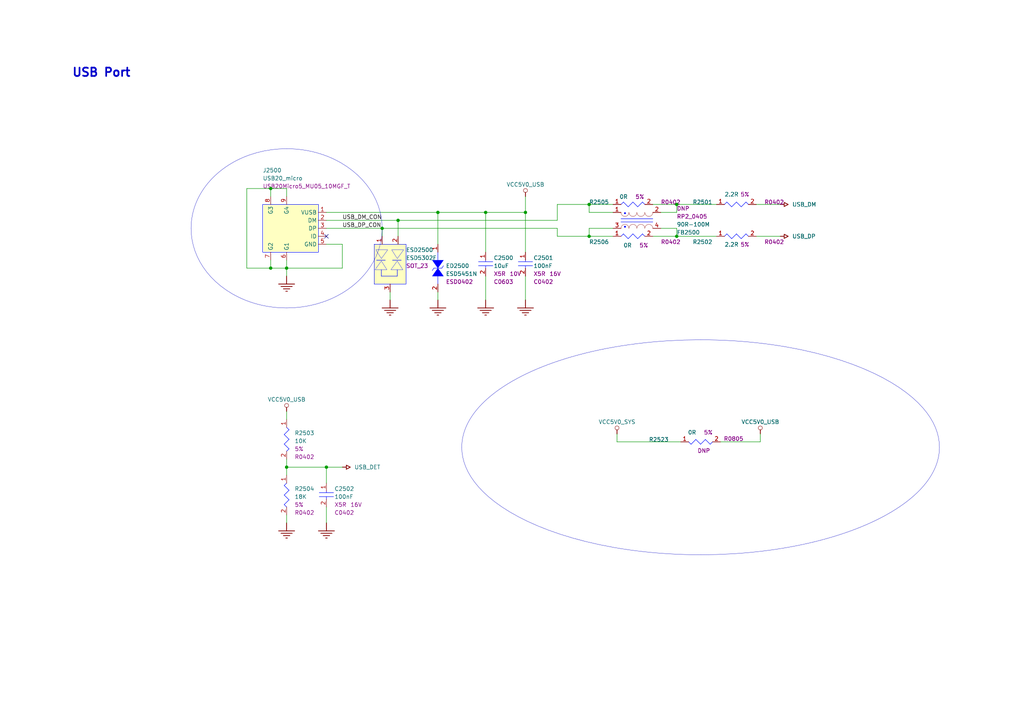
<source format=kicad_sch>
(kicad_sch (version 20250114) (generator "eeschema") (generator_version "9.0")
  (paper "User" 326.7 231)
  (lib_symbols
    (symbol "*:root_0_CAP NP_*" (pin_names (hide yes))
      (symbol "root_0_CAP NP_*_1_0"
        (polyline (pts (xy 0.254 -0.508) (xy 4.826 -0.508)) (stroke (width 0) (color 0 11 255 1)))
        (polyline (pts (xy 0.254 -1.778) (xy 4.826 -1.778)) (stroke (width 0) (color 0 11 255 1)))
        (polyline (pts (xy 2.54 0) (xy 2.54 -0.508)) (stroke (width 0) (color 0 11 255 1)))
        (polyline (pts (xy 2.54 -2.54) (xy 2.54 -1.778)) (stroke (width 0) (color 0 11 255 1)))
        (pin passive line (at 2.54 2.54 270) (length 2.54) (name "1") (number "1"))
        (pin passive line (at 2.54 -5.08 90) (length 2.54) (name "2") (number "2"))
      )
    )
    (symbol "*:root_0_ESD_ESDA6V8UL_*" (pin_names (hide yes))
      (symbol "root_0_ESD_ESDA6V8UL_*_1_0"
        (polyline (pts (xy 0.254 -8.128) (xy 0.508 -8.128) (xy 4.064 -8.128) (xy 2.286 -5.334) (xy 2.286 -5.334) (xy 2.286 -5.334) (xy 0.254 -8.128)) (stroke (width 0.0254) (color 0 11 255 1)) (fill (type color) (color 0 0 255 1)))
        (polyline (pts (xy 0.762 -5.08) (xy 3.556 -5.08)) (stroke (width 0) (color 0 11 255 1)))
        (polyline (pts (xy 2.286 -10.16) (xy 2.286 -8.128)) (stroke (width 0) (color 0 11 255 1)))
        (polyline (pts (xy 2.286 -10.16) (xy 2.54 -10.16) (xy 7.366 -10.16)) (stroke (width 0) (color 0 11 255 1)))
        (polyline (pts (xy 4.318 -1.778) (xy 4.064 -1.778) (xy 0.508 -1.778) (xy 2.286 -4.572) (xy 2.286 -4.572) (xy 2.286 -4.572) (xy 4.318 -1.778)) (stroke (width 0.0254) (color 0 11 255 1)) (fill (type color) (color 0 0 255 1)))
        (polyline (pts (xy 5.334 -8.128) (xy 5.588 -8.128) (xy 9.144 -8.128) (xy 7.366 -5.334) (xy 7.366 -5.334) (xy 7.366 -5.334) (xy 5.334 -8.128)) (stroke (width 0.0254) (color 0 11 255 1)) (fill (type color) (color 0 0 255 1)))
        (polyline (pts (xy 5.842 -5.08) (xy 8.636 -5.08)) (stroke (width 0) (color 0 11 255 1)))
        (polyline (pts (xy 7.366 -10.16) (xy 7.366 -8.128)) (stroke (width 0) (color 0 11 255 1)))
        (polyline (pts (xy 9.398 -1.778) (xy 9.144 -1.778) (xy 5.588 -1.778) (xy 7.366 -4.572) (xy 7.366 -4.572) (xy 7.366 -4.572) (xy 9.398 -1.778)) (stroke (width 0.0254) (color 0 11 255 1)) (fill (type color) (color 0 0 255 1)))
        (rectangle (start 10.16 0) (end 0 -12.7) (stroke (width 0) (color 0 11 255 1)) (fill (type background)))
        (pin passive line (at 2.54 2.54 270) (length 2.54) (name "1") (number "1"))
        (pin passive line (at 5.08 -15.24 90) (length 2.54) (name "3") (number "3"))
        (pin passive line (at 7.62 2.54 270) (length 2.54) (name "2") (number "2"))
      )
    )
    (symbol "*:root_0_INDUCTOR COM_*" (pin_names (hide yes))
      (symbol "root_0_INDUCTOR COM_*_1_0"
        (polyline (pts (xy 0 -3.048) (xy 10.16 -3.048)) (stroke (width 0) (color 0 11 255 1)))
        (arc (start 1.27 -1.27) (mid 0.372 -0.898) (end 0 0) (stroke (width 0.0254)))
        (arc (start 2.54 0) (mid 2.168 -0.898) (end 1.27 -1.27) (stroke (width 0.0254)))
        (circle (center 1.27 -0.254) (radius 0.254) (stroke (width 0.0254) (color 0 11 255 1)) (fill (type color) (color 0 0 255 1)))
        (circle (center 1.27 -4.572) (radius 0.254) (stroke (width 0.0254) (color 0 11 255 1)) (fill (type color) (color 0 0 255 1)))
        (arc (start 0 -5.08) (mid 0.372 -4.182) (end 1.27 -3.81) (stroke (width 0.0254)))
        (arc (start 1.27 -3.81) (mid 2.168 -4.182) (end 2.54 -5.08) (stroke (width 0.0254)))
        (arc (start 3.81 -1.27) (mid 2.912 -0.898) (end 2.54 0) (stroke (width 0.0254)))
        (arc (start 5.08 0) (mid 4.708 -0.898) (end 3.81 -1.27) (stroke (width 0.0254)))
        (arc (start 2.54 -5.08) (mid 2.912 -4.182) (end 3.81 -3.81) (stroke (width 0.0254)))
        (arc (start 3.81 -3.81) (mid 4.708 -4.182) (end 5.08 -5.08) (stroke (width 0.0254)))
        (arc (start 6.35 -1.27) (mid 5.452 -0.898) (end 5.08 0) (stroke (width 0.0254)))
        (arc (start 7.62 0) (mid 7.248 -0.898) (end 6.35 -1.27) (stroke (width 0.0254)))
        (arc (start 5.08 -5.08) (mid 5.452 -4.182) (end 6.35 -3.81) (stroke (width 0.0254)))
        (arc (start 6.35 -3.81) (mid 7.248 -4.182) (end 7.62 -5.08) (stroke (width 0.0254)))
        (arc (start 8.89 -1.27) (mid 7.992 -0.898) (end 7.62 0) (stroke (width 0.0254)))
        (arc (start 10.16 0) (mid 9.788 -0.898) (end 8.89 -1.27) (stroke (width 0.0254)))
        (arc (start 7.62 -5.08) (mid 7.992 -4.182) (end 8.89 -3.81) (stroke (width 0.0254)))
        (arc (start 8.89 -3.81) (mid 9.788 -4.182) (end 10.16 -5.08) (stroke (width 0.0254)))
        (polyline (pts (xy 10.16 -2.032) (xy 0 -2.032)) (stroke (width 0) (color 0 11 255 1)))
        (pin passive line (at -2.54 0 0) (length 2.54) (name "1") (number "1"))
        (pin passive line (at -2.54 -5.08 0) (length 2.54) (name "3") (number "3"))
        (pin passive line (at 12.7 0 180) (length 2.54) (name "2") (number "2"))
        (pin passive line (at 12.7 -5.08 180) (length 2.54) (name "4") (number "4"))
      )
    )
    (symbol "*:root_0_RESISTOR_Dup1_*" (pin_names (hide yes))
      (symbol "root_0_RESISTOR_Dup1_*_1_0"
        (polyline (pts (xy 1.778 -2.286) (xy 3.302 -3.81)) (stroke (width 0) (color 0 11 255 1)))
        (polyline (pts (xy 1.778 -5.334) (xy 3.302 -6.858)) (stroke (width 0) (color 0 11 255 1)))
        (polyline (pts (xy 2.54 0) (xy 3.302 -0.762)) (stroke (width 0) (color 0 11 255 1)))
        (polyline (pts (xy 3.302 -0.762) (xy 1.778 -2.286)) (stroke (width 0) (color 0 11 255 1)))
        (polyline (pts (xy 3.302 -3.81) (xy 1.778 -5.334)) (stroke (width 0) (color 0 11 255 1)))
        (polyline (pts (xy 3.302 -6.858) (xy 2.54 -7.62)) (stroke (width 0) (color 0 11 255 1)))
        (pin passive line (at 2.54 2.54 270) (length 2.54) (name "1") (number "1"))
        (pin passive line (at 2.54 -10.16 90) (length 2.54) (name "2") (number "2"))
      )
    )
    (symbol "*:root_0_mirrored_RESISTOR_Dup1_*" (pin_names (hide yes))
      (symbol "root_0_mirrored_RESISTOR_Dup1_*_1_0"
        (polyline (pts (xy -3.302 -0.762) (xy -1.778 -2.286)) (stroke (width 0) (color 0 11 255 1)))
        (polyline (pts (xy -3.302 -3.81) (xy -1.778 -5.334)) (stroke (width 0) (color 0 11 255 1)))
        (polyline (pts (xy -3.302 -6.858) (xy -2.54 -7.62)) (stroke (width 0) (color 0 11 255 1)))
        (polyline (pts (xy -2.54 0) (xy -3.302 -0.762)) (stroke (width 0) (color 0 11 255 1)))
        (polyline (pts (xy -1.778 -2.286) (xy -3.302 -3.81)) (stroke (width 0) (color 0 11 255 1)))
        (polyline (pts (xy -1.778 -5.334) (xy -3.302 -6.858)) (stroke (width 0) (color 0 11 255 1)))
        (pin passive line (at -2.54 2.54 270) (length 2.54) (name "1") (number "1"))
        (pin passive line (at -2.54 -10.16 90) (length 2.54) (name "2") (number "2"))
      )
    )
    (symbol "*:root_0_mirrored_USB20_MICRO_*"
      (symbol "root_0_mirrored_USB20_MICRO_*_1_0"
        (rectangle (start 0 0) (end -17.78 -15.24) (stroke (width 0) (color 0 11 255 1)) (fill (type background)))
        (pin passive line (at -15.24 2.54 270) (length 2.54) (name "G3") (number "8"))
        (pin passive line (at -15.24 -17.78 90) (length 2.54) (name "G2") (number "7"))
        (pin passive line (at -10.16 2.54 270) (length 2.54) (name "G4") (number "9"))
        (pin passive line (at -10.16 -17.78 90) (length 2.54) (name "G1") (number "6"))
        (pin passive line (at 2.54 -2.54 180) (length 2.54) (name "VUSB") (number "1"))
        (pin passive line (at 2.54 -5.08 180) (length 2.54) (name "DM") (number "2"))
        (pin passive line (at 2.54 -7.62 180) (length 2.54) (name "DP") (number "3"))
        (pin passive line (at 2.54 -10.16 180) (length 2.54) (name "ID") (number "4"))
        (pin passive line (at 2.54 -12.7 180) (length 2.54) (name "GND") (number "5"))
      )
    )
    (symbol "*:root_1_RESISTOR_Dup1_*" (pin_names (hide yes))
      (symbol "root_1_RESISTOR_Dup1_*_1_0"
        (polyline (pts (xy 0 2.54) (xy 0.762 3.302)) (stroke (width 0) (color 0 11 255 1)))
        (polyline (pts (xy 0.762 3.302) (xy 2.286 1.778)) (stroke (width 0) (color 0 11 255 1)))
        (polyline (pts (xy 2.286 1.778) (xy 3.81 3.302)) (stroke (width 0) (color 0 11 255 1)))
        (polyline (pts (xy 3.81 3.302) (xy 5.334 1.778)) (stroke (width 0) (color 0 11 255 1)))
        (polyline (pts (xy 5.334 1.778) (xy 6.858 3.302)) (stroke (width 0) (color 0 11 255 1)))
        (polyline (pts (xy 6.858 3.302) (xy 7.62 2.54)) (stroke (width 0) (color 0 11 255 1)))
        (pin passive line (at -2.54 2.54 0) (length 2.54) (name "1") (number "1"))
        (pin passive line (at 10.16 2.54 180) (length 2.54) (name "2") (number "2"))
      )
    )
    (symbol "*:root_3_DIODE BI_DIR TRIG_*" (pin_names (hide yes))
      (symbol "root_3_DIODE BI_DIR TRIG_*_1_0"
        (polyline (pts (xy -3.81 -5.08) (xy -4.318 -5.842)) (stroke (width 0) (color 0 11 255 1)))
        (polyline (pts (xy -2.54 0) (xy -2.54 -2.54)) (stroke (width 0) (color 0 11 255 1)))
        (polyline (pts (xy -2.54 -5.08) (xy -2.54 -5.08) (xy -4.318 -2.54) (xy -0.762 -2.54) (xy -2.54 -5.08) (xy -2.54 -5.08)) (stroke (width 0.0254) (color 0 11 255 1)) (fill (type color) (color 0 0 255 1)))
        (polyline (pts (xy -2.54 -5.08) (xy -2.54 -5.08) (xy -0.762 -7.62) (xy -4.318 -7.62) (xy -2.54 -5.08) (xy -2.54 -5.08)) (stroke (width 0.0254) (color 0 11 255 1)) (fill (type color) (color 0 0 255 1)))
        (polyline (pts (xy -2.54 -7.62) (xy -2.54 -10.16)) (stroke (width 0) (color 0 11 255 1)))
        (polyline (pts (xy -1.27 -5.08) (xy -3.81 -5.08)) (stroke (width 0) (color 0 11 255 1)))
        (polyline (pts (xy -1.27 -5.08) (xy -0.762 -4.318)) (stroke (width 0) (color 0 11 255 1)))
        (pin passive line (at -2.54 2.54 270) (length 2.54) (name "1") (number "1"))
        (pin passive line (at -2.54 -12.7 90) (length 2.54) (name "2") (number "2"))
      )
    )
    (symbol "*:root_3_mirrored_RESISTOR_Dup1_*" (pin_names (hide yes))
      (symbol "root_3_mirrored_RESISTOR_Dup1_*_1_0"
        (polyline (pts (xy 0 -2.54) (xy 0.762 -3.302)) (stroke (width 0) (color 0 11 255 1)))
        (polyline (pts (xy 0.762 -3.302) (xy 2.286 -1.778)) (stroke (width 0) (color 0 11 255 1)))
        (polyline (pts (xy 2.286 -1.778) (xy 3.81 -3.302)) (stroke (width 0) (color 0 11 255 1)))
        (polyline (pts (xy 3.81 -3.302) (xy 5.334 -1.778)) (stroke (width 0) (color 0 11 255 1)))
        (polyline (pts (xy 5.334 -1.778) (xy 6.858 -3.302)) (stroke (width 0) (color 0 11 255 1)))
        (polyline (pts (xy 6.858 -3.302) (xy 7.62 -2.54)) (stroke (width 0) (color 0 11 255 1)))
        (pin passive line (at -2.54 -2.54 0) (length 2.54) (name "1") (number "1"))
        (pin passive line (at 10.16 -2.54 180) (length 2.54) (name "2") (number "2"))
      )
    )
    (symbol "RV1106G_EVB1_V11_20220401LX-altium-import:GND_POWER_GROUND" (power)
      (property "Value" "GND" (at 0 -6.35 0))
      (symbol "GND_POWER_GROUND_0_0"
        (polyline (pts (xy -2.54 -2.54) (xy 2.54 -2.54)) (stroke (width 0.254)))
        (polyline (pts (xy -1.778 -3.302) (xy 1.778 -3.302)) (stroke (width 0.254)))
        (polyline (pts (xy -1.016 -4.064) (xy 1.016 -4.064)) (stroke (width 0.254)))
        (polyline (pts (xy -0.254 -4.826) (xy 0.254 -4.826)) (stroke (width 0.254)))
        (polyline (pts (xy 0 0) (xy 0 -2.54)) (stroke (width 0.254)))
        (pin power_in line (at 0 0 0) (length 0) (hide yes) (name "GND") (number ""))
      )
    )
    (symbol "RV1106G_EVB1_V11_20220401LX-altium-import:USB_DET_ARROW" (power)
      (property "Value" "USB_DET" (at 0 -3.81 0))
      (symbol "USB_DET_ARROW_0_0"
        (polyline (pts (xy -0.635 -1.27) (xy 0.635 -1.27) (xy 0 -2.54) (xy -0.635 -1.27)) (stroke (width 0.254)))
        (polyline (pts (xy 0 0) (xy 0 -1.27)) (stroke (width 0.254)))
        (pin power_in line (at 0 0 0) (length 0) (hide yes) (name "USB_DET") (number ""))
      )
    )
    (symbol "RV1106G_EVB1_V11_20220401LX-altium-import:USB_DM_ARROW" (power)
      (property "Value" "USB_DM" (at 0 -3.81 0))
      (symbol "USB_DM_ARROW_0_0"
        (polyline (pts (xy -0.635 -1.27) (xy 0.635 -1.27) (xy 0 -2.54) (xy -0.635 -1.27)) (stroke (width 0.254)))
        (polyline (pts (xy 0 0) (xy 0 -1.27)) (stroke (width 0.254)))
        (pin power_in line (at 0 0 0) (length 0) (hide yes) (name "USB_DM") (number ""))
      )
    )
    (symbol "RV1106G_EVB1_V11_20220401LX-altium-import:USB_DP_ARROW" (power)
      (property "Value" "USB_DP" (at 0 -3.81 0))
      (symbol "USB_DP_ARROW_0_0"
        (polyline (pts (xy -0.635 -1.27) (xy 0.635 -1.27) (xy 0 -2.54) (xy -0.635 -1.27)) (stroke (width 0.254)))
        (polyline (pts (xy 0 0) (xy 0 -1.27)) (stroke (width 0.254)))
        (pin power_in line (at 0 0 0) (length 0) (hide yes) (name "USB_DP") (number ""))
      )
    )
    (symbol "RV1106G_EVB1_V11_20220401LX-altium-import:VCC5V0_SYS_CIRCLE" (power)
      (property "Value" "VCC5V0_SYS" (at 0 -3.81 0))
      (symbol "VCC5V0_SYS_CIRCLE_0_0"
        (polyline (pts (xy 0 0) (xy 0 -1.27)) (stroke (width 0.254)))
        (circle (center 0 -1.905) (radius 0.635) (stroke (width 0.127)))
        (pin power_in line (at 0 0 0) (length 0) (hide yes) (name "VCC5V0_SYS") (number ""))
      )
    )
    (symbol "RV1106G_EVB1_V11_20220401LX-altium-import:VCC5V0_USB_CIRCLE" (power)
      (property "Value" "VCC5V0_USB" (at 0 -3.81 0))
      (symbol "VCC5V0_USB_CIRCLE_0_0"
        (polyline (pts (xy 0 0) (xy 0 -1.27)) (stroke (width 0.254)))
        (circle (center 0 -1.905) (radius 0.635) (stroke (width 0.127)))
        (pin power_in line (at 0 0 0) (length 0) (hide yes) (name "VCC5V0_USB") (number ""))
      )
    )
    (symbol "root_0_CAP NP_*_1" (pin_names (hide yes))
      (symbol "root_0_CAP NP_*_1_1_0"
        (polyline (pts (xy 0.254 -0.508) (xy 4.826 -0.508)) (stroke (width 0) (color 0 11 255 1)))
        (polyline (pts (xy 0.254 -1.778) (xy 4.826 -1.778)) (stroke (width 0) (color 0 11 255 1)))
        (polyline (pts (xy 2.54 0) (xy 2.54 -0.508)) (stroke (width 0) (color 0 11 255 1)))
        (polyline (pts (xy 2.54 -2.54) (xy 2.54 -1.778)) (stroke (width 0) (color 0 11 255 1)))
        (pin passive line (at 2.54 2.54 270) (length 2.54) (name "1") (number "1"))
        (pin passive line (at 2.54 -5.08 90) (length 2.54) (name "2") (number "2"))
      )
    )
    (symbol "root_1_RESISTOR_Dup1_*_1" (pin_names (hide yes))
      (symbol "root_1_RESISTOR_Dup1_*_1_1_0"
        (polyline (pts (xy 0 2.54) (xy 0.762 3.302)) (stroke (width 0) (color 0 11 255 1)))
        (polyline (pts (xy 0.762 3.302) (xy 2.286 1.778)) (stroke (width 0) (color 0 11 255 1)))
        (polyline (pts (xy 2.286 1.778) (xy 3.81 3.302)) (stroke (width 0) (color 0 11 255 1)))
        (polyline (pts (xy 3.81 3.302) (xy 5.334 1.778)) (stroke (width 0) (color 0 11 255 1)))
        (polyline (pts (xy 5.334 1.778) (xy 6.858 3.302)) (stroke (width 0) (color 0 11 255 1)))
        (polyline (pts (xy 6.858 3.302) (xy 7.62 2.54)) (stroke (width 0) (color 0 11 255 1)))
        (pin passive line (at -2.54 2.54 0) (length 2.54) (name "1") (number "1"))
        (pin passive line (at 10.16 2.54 180) (length 2.54) (name "2") (number "2"))
      )
    )
    (symbol "root_1_RESISTOR_Dup1_*_2" (pin_names (hide yes))
      (symbol "root_1_RESISTOR_Dup1_*_2_1_0"
        (polyline (pts (xy 0 2.54) (xy 0.762 3.302)) (stroke (width 0) (color 0 11 255 1)))
        (polyline (pts (xy 0.762 3.302) (xy 2.286 1.778)) (stroke (width 0) (color 0 11 255 1)))
        (polyline (pts (xy 2.286 1.778) (xy 3.81 3.302)) (stroke (width 0) (color 0 11 255 1)))
        (polyline (pts (xy 3.81 3.302) (xy 5.334 1.778)) (stroke (width 0) (color 0 11 255 1)))
        (polyline (pts (xy 5.334 1.778) (xy 6.858 3.302)) (stroke (width 0) (color 0 11 255 1)))
        (polyline (pts (xy 6.858 3.302) (xy 7.62 2.54)) (stroke (width 0) (color 0 11 255 1)))
        (pin passive line (at -2.54 2.54 0) (length 2.54) (name "1") (number "1"))
        (pin passive line (at 10.16 2.54 180) (length 2.54) (name "2") (number "2"))
      )
    )
  )
  (bezier (pts (xy 91.44 47.4472) (xy 74.6063 47.4472) (xy 60.96 58.8191) (xy 60.96 72.8472)) (stroke (width 0.0254)))
  (bezier (pts (xy 91.44 98.2472) (xy 108.2736 98.2472) (xy 121.92 86.8752) (xy 121.92 72.8472)) (stroke (width 0.0254)))
  (bezier (pts (xy 299.72 142.6972) (xy 299.72 123.7593) (xy 265.604 108.4072) (xy 223.52 108.4072)) (stroke (width 0.0254)))
  (bezier (pts (xy 60.96 72.8472) (xy 60.96 86.8752) (xy 74.6063 98.2472) (xy 91.44 98.2472)) (stroke (width 0.0254)))
  (bezier (pts (xy 121.92 72.8472) (xy 121.92 58.8191) (xy 108.2736 47.4472) (xy 91.44 47.4472)) (stroke (width 0.0254)))
  (bezier (pts (xy 223.52 108.4072) (xy 181.4359 108.4072) (xy 147.32 123.7593) (xy 147.32 142.6972)) (stroke (width 0.0254)))
  (bezier (pts (xy 147.32 142.6972) (xy 147.32 161.635) (xy 181.4359 176.9872) (xy 223.52 176.9872)) (stroke (width 0.0254)))
  (bezier (pts (xy 223.52 176.9872) (xy 265.604 176.9872) (xy 299.72 161.635) (xy 299.72 142.6972)) (stroke (width 0.0254)))
  (text "USB Port" (at 22.86 24.8412 0) (effects (font (size 2.667 2.667) (thickness 0.5334) (bold yes)) (justify left bottom)))
  (junction (at 187.96 75.3872))
  (junction (at 91.44 85.5472))
  (junction (at 91.44 149.0472))
  (junction (at 215.9 75.3872))
  (junction (at 86.36 85.5472))
  (junction (at 187.96 65.2272))
  (junction (at 139.7 67.7672))
  (junction (at 121.92 72.8472))
  (junction (at 127 70.3072))
  (junction (at 86.36 60.1472))
  (junction (at 215.9 65.2272))
  (junction (at 154.94 67.7672))
  (junction (at 167.64 67.7672))
  (junction (at 104.14 149.0472))
  (no_connect (at 104.14 75.3872))
  (wire (pts (xy 91.44 62.6872) (xy 91.44 60.1472)))
  (wire (pts (xy 187.96 67.7672) (xy 195.58 67.7672)))
  (wire (pts (xy 215.9 65.2272) (xy 215.9 67.7672)))
  (wire (pts (xy 86.36 60.1472) (xy 78.74 60.1472)))
  (wire (pts (xy 215.9 65.2272) (xy 228.6 65.2272)))
  (wire (pts (xy 104.14 70.3072) (xy 127 70.3072)))
  (wire (pts (xy 177.8 75.3872) (xy 187.96 75.3872)))
  (wire (pts (xy 187.96 65.2272) (xy 187.96 67.7672)))
  (wire (pts (xy 109.22 85.5472) (xy 109.22 77.9272)))
  (wire (pts (xy 248.92 75.3872) (xy 241.3 75.3872)))
  (wire (pts (xy 127 70.3072) (xy 177.8 70.3072)))
  (wire (pts (xy 167.64 67.7672) (xy 167.64 62.6872)))
  (wire (pts (xy 215.9 75.3872) (xy 215.9 72.8472)))
  (wire (pts (xy 104.14 72.8472) (xy 121.92 72.8472)))
  (wire (pts (xy 167.64 67.7672) (xy 167.64 80.4672)))
  (wire (pts (xy 104.14 166.8272) (xy 104.14 161.7472)))
  (wire (pts (xy 177.8 65.2272) (xy 187.96 65.2272)))
  (wire (pts (xy 91.44 60.1472) (xy 86.36 60.1472)))
  (wire (pts (xy 78.74 60.1472) (xy 78.74 85.5472)))
  (wire (pts (xy 195.58 75.3872) (xy 187.96 75.3872)))
  (wire (pts (xy 104.14 154.1272) (xy 104.14 149.0472)))
  (wire (pts (xy 177.8 70.3072) (xy 177.8 65.2272)))
  (wire (pts (xy 248.92 65.2272) (xy 241.3 65.2272)))
  (wire (pts (xy 154.94 80.4672) (xy 154.94 67.7672)))
  (wire (pts (xy 91.44 85.5472) (xy 86.36 85.5472)))
  (wire (pts (xy 127 75.3872) (xy 127 70.3072)))
  (wire (pts (xy 167.64 95.7072) (xy 167.64 88.0872)))
  (wire (pts (xy 208.28 75.3872) (xy 215.9 75.3872)))
  (wire (pts (xy 109.22 77.9272) (xy 104.14 77.9272)))
  (wire (pts (xy 229.87 140.97) (xy 242.57 140.97)))
  (wire (pts (xy 121.92 75.3872) (xy 121.92 72.8472)))
  (wire (pts (xy 187.96 75.3872) (xy 187.96 72.8472)))
  (wire (pts (xy 196.85 140.97) (xy 196.85 138.43)))
  (wire (pts (xy 208.28 65.2272) (xy 215.9 65.2272)))
  (wire (pts (xy 242.57 140.97) (xy 242.57 138.43)))
  (wire (pts (xy 139.7 77.9272) (xy 139.7 67.7672)))
  (wire (pts (xy 86.36 85.5472) (xy 86.36 83.0072)))
  (wire (pts (xy 139.7 67.7672) (xy 154.94 67.7672)))
  (wire (pts (xy 91.44 88.0872) (xy 91.44 85.5472)))
  (wire (pts (xy 215.9 67.7672) (xy 210.82 67.7672)))
  (wire (pts (xy 91.44 85.5472) (xy 109.22 85.5472)))
  (wire (pts (xy 177.8 72.8472) (xy 177.8 75.3872)))
  (wire (pts (xy 195.58 65.2272) (xy 187.96 65.2272)))
  (wire (pts (xy 109.22 149.0472) (xy 104.14 149.0472)))
  (wire (pts (xy 228.6 75.3872) (xy 215.9 75.3872)))
  (wire (pts (xy 139.7 95.7072) (xy 139.7 93.1672)))
  (wire (pts (xy 121.92 72.8472) (xy 177.8 72.8472)))
  (wire (pts (xy 86.36 62.6872) (xy 86.36 60.1472)))
  (wire (pts (xy 91.44 83.0072) (xy 91.44 85.5472)))
  (wire (pts (xy 78.74 85.5472) (xy 86.36 85.5472)))
  (wire (pts (xy 215.9 72.8472) (xy 210.82 72.8472)))
  (wire (pts (xy 217.17 140.97) (xy 196.85 140.97)))
  (wire (pts (xy 91.44 149.0472) (xy 91.44 146.5072)))
  (wire (pts (xy 91.44 133.8072) (xy 91.44 131.2672)))
  (wire (pts (xy 104.14 149.0472) (xy 91.44 149.0472)))
  (wire (pts (xy 91.44 149.0472) (xy 91.44 151.5872)))
  (wire (pts (xy 154.94 95.7072) (xy 154.94 88.0872)))
  (wire (pts (xy 187.96 72.8472) (xy 195.58 72.8472)))
  (wire (pts (xy 154.94 67.7672) (xy 167.64 67.7672)))
  (wire (pts (xy 104.14 67.7672) (xy 139.7 67.7672)))
  (wire (pts (xy 91.44 166.8272) (xy 91.44 164.2872)))
  (wire (pts (xy 124.46 95.7072) (xy 124.46 93.1672)))
  (label "USB_DP_CON" (at 109.22 72.8472 0))
  (label "USB_DM_CON" (at 109.22 70.3072 0))
  (symbol (lib_id "RV1106G_EVB1_V11_20220401LX-altium-import:GND_POWER_GROUND") (at 167.64 95.7072 0) (unit 1)
    (property "Reference" "#PWR?" (effects (hide yes)))
    (property "Value" "GND" (effects (hide yes)))
  )
  (symbol (lib_id "*:root_1_RESISTOR_Dup1_*") (at 231.14 77.9272 0) (unit 1)
    (property "Reference" "R2502" (at 220.98 77.9272 0) (effects (justify left bottom)))
    (property "Value" "2.2R" (at 231.14 78.74 0) (effects (justify left bottom)))
    (property "Footprint" "R0402" (effects (hide yes)))
    (property "Description" "通用厚膜电阻,2R2,+/-5%,R0402,1/16W." (effects (hide yes)))
    (property "PCB FOOTPRINT" "R0402" (at 243.84 77.9272 0) (effects (justify left bottom)))
    (property "TOLERANCE" "5%" (at 236.22 78.74 0) (effects (justify left bottom)))
    (property "CREATED BY" "YTL" (effects (hide yes)))
    (property "MANUFACTURER PN" "RC0402JR-072R2L" (effects (hide yes)))
    (property "MANUFACTURER" "YAGEO" (effects (hide yes)))
    (property "WATTAGE" "1/16W" (effects (hide yes)))
    (property "PART TYPE" "通用厚膜电阻" (effects (hide yes)))
    (property "PRIORITY" "A" (effects (hide yes)))
    (property "RK PN" "RC0402JR-072R2L" (effects (hide yes)))
  )
  (symbol (lib_id "RV1106G_EVB1_V11_20220401LX-altium-import:GND_POWER_GROUND") (at 91.44 88.0872 0) (unit 1)
    (property "Reference" "#PWR?" (effects (hide yes)))
    (property "Value" "GND" (effects (hide yes)))
  )
  (symbol (lib_id "RV1106G_EVB1_V11_20220401LX-altium-import:USB_DET_ARROW") (at 109.22 149.0472 90) (unit 1)
    (property "Reference" "#PWR?" (effects (hide yes)))
    (property "Value" "USB_DET" (at 113.03 149.0472 90) (effects (justify right)))
  )
  (symbol (lib_id "RV1106G_EVB1_V11_20220401LX-altium-import:GND_POWER_GROUND") (at 91.44 166.8272 0) (unit 1)
    (property "Reference" "#PWR?" (effects (hide yes)))
    (property "Value" "GND" (effects (hide yes)))
  )
  (symbol (lib_id "RV1106G_EVB1_V11_20220401LX-altium-import:GND_POWER_GROUND") (at 124.46 95.7072 0) (unit 1)
    (property "Reference" "#PWR?" (effects (hide yes)))
    (property "Value" "GND" (effects (hide yes)))
  )
  (symbol (lib_id "RV1106G_EVB1_V11_20220401LX-altium-import:VCC5V0_USB_CIRCLE") (at 91.44 131.2672 180) (unit 1)
    (property "Reference" "#PWR?" (effects (hide yes)))
    (property "Value" "VCC5V0_USB" (at 91.44 127.4572 0))
  )
  (symbol (lib_id "RV1106G_EVB1_V11_20220401LX-altium-import:USB_DM_ARROW") (at 248.92 65.2272 90) (unit 1)
    (property "Reference" "#PWR?" (effects (hide yes)))
    (property "Value" "USB_DM" (at 252.73 65.2272 90) (effects (justify right)))
  )
  (symbol (lib_id "RV1106G_EVB1_V11_20220401LX-altium-import:USB_DP_ARROW") (at 248.92 75.3872 90) (unit 1)
    (property "Reference" "#PWR?" (effects (hide yes)))
    (property "Value" "USB_DP" (at 252.73 75.3872 90) (effects (justify right)))
  )
  (symbol (lib_id "RV1106G_EVB1_V11_20220401LX-altium-import:VCC5V0_USB_CIRCLE") (at 242.57 138.43 180) (unit 1)
    (property "Reference" "#PWR?" (effects (hide yes)))
    (property "Value" "VCC5V0_USB" (at 242.57 134.62 0))
  )
  (symbol (lib_id "*:root_1_RESISTOR_Dup1_*") (at 231.14 67.7672 0) (unit 1)
    (property "Reference" "R2501" (at 220.98 65.2272 0) (effects (justify left bottom)))
    (property "Value" "2.2R" (at 231.14 62.738 0) (effects (justify left bottom)))
    (property "Footprint" "R0402" (effects (hide yes)))
    (property "Description" "通用厚膜电阻,2R2,+/-5%,R0402,1/16W." (effects (hide yes)))
    (property "PCB FOOTPRINT" "R0402" (at 243.84 65.2272 0) (effects (justify left bottom)))
    (property "TOLERANCE" "5%" (at 236.22 62.738 0) (effects (justify left bottom)))
    (property "CREATED BY" "YTL" (effects (hide yes)))
    (property "MANUFACTURER PN" "RC0402JR-072R2L" (effects (hide yes)))
    (property "MANUFACTURER" "YAGEO" (effects (hide yes)))
    (property "WATTAGE" "1/16W" (effects (hide yes)))
    (property "PART TYPE" "通用厚膜电阻" (effects (hide yes)))
    (property "PRIORITY" "A" (effects (hide yes)))
    (property "RK PN" "RC0402JR-072R2L" (effects (hide yes)))
  )
  (symbol (lib_id "RV1106G_EVB1_V11_20220401LX-altium-import:VCC5V0_USB_CIRCLE") (at 167.64 62.6872 180) (unit 1)
    (property "Reference" "#PWR?" (effects (hide yes)))
    (property "Value" "VCC5V0_USB" (at 167.64 58.8772 0))
  )
  (symbol (lib_id "*:root_0_ESD_ESDA6V8UL_*") (at 119.38 77.9272 0) (unit 1)
    (property "Reference" "ESD2500" (at 129.54 80.4672 0) (effects (justify left bottom)))
    (property "Value" "ESD5302F" (at 129.54 83.0072 0) (effects (justify left bottom)))
    (property "Footprint" "SOT_23" (effects (hide yes)))
    (property "Description" "2-Lines, Uni-directional,Ultra-low Capacitance.Transient Voltage Suppressors" (effects (hide yes)))
    (property "PCB FOOTPRINT" "SOT_23" (at 129.54 85.5472 0) (effects (justify left bottom)))
    (property "RK PN" "ESD5302F" (effects (hide yes)))
    (property "PRIORITY" "A" (effects (hide yes)))
    (property "PART TYPE" "ESD_TVS" (effects (hide yes)))
    (property "MANUFACTURER" "WillSemi(韦尔半导体)" (effects (hide yes)))
    (property "MANUFACTURER PN" "ESD5302F" (effects (hide yes)))
    (property "CREATED BY" "JJJ" (effects (hide yes)))
  )
  (symbol (lib_id "RV1106G_EVB1_V11_20220401LX-altium-import:VCC5V0_SYS_CIRCLE") (at 196.85 138.43 180) (unit 1)
    (property "Reference" "#PWR?" (effects (hide yes)))
    (property "Value" "VCC5V0_SYS" (at 196.85 134.62 0))
  )
  (symbol (lib_id "*:root_3_DIODE BI_DIR TRIG_*") (at 142.24 80.4672 0) (unit 1)
    (property "Reference" "ED2500" (at 142.24 85.5472 0) (effects (justify left bottom)))
    (property "Value" "ESD5451N" (at 142.24 88.0872 0) (effects (justify left bottom)))
    (property "Footprint" "ESD0402" (effects (hide yes)))
    (property "Description" "1-Line, Bi-directional, Transient Voltage Suppressors.17.5pF." (effects (hide yes)))
    (property "PCB FOOTPRINT" "ESD0402" (at 142.24 90.6272 0) (effects (justify left bottom)))
    (property "RK PN" "ESD5451N" (effects (hide yes)))
    (property "PRIORITY" "A" (effects (hide yes)))
    (property "PART TYPE" "ESD_TVS" (effects (hide yes)))
    (property "MANUFACTURER" "WillSemi(韦尔半导体)" (effects (hide yes)))
    (property "MANUFACTURER PN" "ESD5451N" (effects (hide yes)))
    (property "CREATED BY" "JJJ" (effects (hide yes)))
  )
  (symbol (lib_id "*:root_0_mirrored_RESISTOR_Dup1_*") (at 93.98 154.1272 0) (unit 1)
    (property "Reference" "R2504" (at 93.98 156.6672 0) (effects (justify left bottom)))
    (property "Value" "18K" (at 93.98 159.2072 0) (effects (justify left bottom)))
    (property "Footprint" "R0402" (effects (hide yes)))
    (property "Description" "通用厚膜电阻,18K,+/-5%,R0402,1/16W." (effects (hide yes)))
    (property "PCB FOOTPRINT" "R0402" (at 93.98 164.2872 0) (effects (justify left bottom)))
    (property "TOLERANCE" "5%" (at 93.98 161.7472 0) (effects (justify left bottom)))
    (property "CREATED BY" "YTL" (effects (hide yes)))
    (property "MANUFACTURER PN" "RC0402JR-0718KL" (effects (hide yes)))
    (property "MANUFACTURER" "YAGEO" (effects (hide yes)))
    (property "WATTAGE" "1/16W" (effects (hide yes)))
    (property "PART TYPE" "通用厚膜电阻" (effects (hide yes)))
    (property "PRIORITY" "A" (effects (hide yes)))
    (property "RK PN" "RC0402JR-0718KL" (effects (hide yes)))
  )
  (symbol (lib_id "*:root_0_mirrored_USB20_MICRO_*") (at 101.6 65.2272 0) (unit 1)
    (property "Reference" "J2500" (at 83.82 55.0672 0) (effects (justify left bottom)))
    (property "Value" "USB20_micro" (at 83.82 57.6072 0) (effects (justify left bottom)))
    (property "Footprint" "USB-5PAA" (effects (hide yes)))
    (property "Description" "USB2.0 Micro型卧式侧插母座，贴焊" (effects (hide yes)))
    (property "PCB FOOTPRINT" "USB20Micro5_MU05_10MGF_T" (at 83.82 60.1472 0) (effects (justify left bottom)))
    (property "RK PN" "MU05-10MGF-T" (effects (hide yes)))
    (property "PRIORITY" "A" (effects (hide yes)))
    (property "PART TYPE" "USB Jack" (effects (hide yes)))
    (property "MANUFACTURER" "祺华电子" (effects (hide yes)))
    (property "MANUFACTURER PART NUMBER" "MU05-10MGF-T" (effects (hide yes)))
    (property "CREATED BY" "JJJ" (effects (hide yes)))
  )
  (symbol (lib_name "root_1_RESISTOR_Dup1_*_1") (lib_id "*:root_1_RESISTOR_Dup1_*") (at 198.12 77.9272 0) (unit 1)
    (property "Reference" "R2506" (at 187.96 77.9272 0) (effects (justify left bottom)))
    (property "Value" "0R" (at 198.882 78.994 0) (effects (justify left bottom)))
    (property "Footprint" "R0402" (effects (hide yes)))
    (property "Description" "通用厚膜电阻,0R,+/-5%,R0402,1/16W." (effects (hide yes)))
    (property "PCB FOOTPRINT" "R0402" (at 210.82 77.9272 0) (effects (justify left bottom)))
    (property "TOLERANCE" "5%" (at 203.962 78.994 0) (effects (justify left bottom)))
    (property "CREATED BY" "YTL" (effects (hide yes)))
    (property "MANUFACTURER PN" "RC0402JR-070RL" (effects (hide yes)))
    (property "MANUFACTURER" "YAGEO" (effects (hide yes)))
    (property "WATTAGE" "1/16W" (effects (hide yes)))
    (property "PART TYPE" "通用厚膜电阻" (effects (hide yes)))
    (property "PRIORITY" "A" (effects (hide yes)))
    (property "RK PN" "RC0402JR-070RL" (effects (hide yes)))
  )
  (symbol (lib_id "RV1106G_EVB1_V11_20220401LX-altium-import:GND_POWER_GROUND") (at 139.7 95.7072 0) (unit 1)
    (property "Reference" "#PWR?" (effects (hide yes)))
    (property "Value" "GND" (effects (hide yes)))
  )
  (symbol (lib_name "root_0_CAP NP_*_1") (lib_id "*:root_0_CAP NP_*") (at 152.4 83.0072 0) (unit 1)
    (property "Reference" "C2500" (at 157.48 83.0072 0) (effects (justify left bottom)))
    (property "Value" "10uF" (at 157.48 85.5472 0) (effects (justify left bottom)))
    (property "Footprint" "C0603" (effects (hide yes)))
    (property "Description" "cap,10.00uF,+/-10%,10V,X5R,C0603" (effects (hide yes)))
    (property "DIELECTRIC" "X5R" (at 157.48 88.0872 0) (effects (justify left bottom)))
    (property "PCB FOOTPRINT" "C0603" (at 157.48 90.6272 0) (effects (justify left bottom)))
    (property "VOLTAGE" "10V" (at 162.56 88.0872 0) (effects (justify left bottom)))
    (property "CREATED BY" "JJJ" (effects (hide yes)))
    (property "MANUFACTURER PN" "C1608X5R1A106K080AC" (effects (hide yes)))
    (property "MANUFACTURER" "TDK" (effects (hide yes)))
    (property "TOLERANCE" "10%" (effects (hide yes)))
    (property "PART TYPE" "C0603" (effects (hide yes)))
    (property "PRIORITY" "A" (effects (hide yes)))
    (property "RK PN" "C1608X5R1A106K080AC" (effects (hide yes)))
  )
  (symbol (lib_id "*:root_0_CAP NP_*") (at 101.6 156.6672 0) (unit 1)
    (property "Reference" "C2502" (at 106.68 156.6672 0) (effects (justify left bottom)))
    (property "Value" "100nF" (at 106.68 159.2072 0) (effects (justify left bottom)))
    (property "Footprint" "C0402" (effects (hide yes)))
    (property "Description" "cap,100.00nF,+/-10%,16V,X5R,C0402" (effects (hide yes)))
    (property "DIELECTRIC" "X5R" (at 106.68 161.7472 0) (effects (justify left bottom)))
    (property "PCB FOOTPRINT" "C0402" (at 106.68 164.2872 0) (effects (justify left bottom)))
    (property "VOLTAGE" "16V" (at 111.76 161.7472 0) (effects (justify left bottom)))
    (property "RK PN" "C1005X5R1C104K050BA" (effects (hide yes)))
    (property "PRIORITY" "A" (effects (hide yes)))
    (property "PART TYPE" "C0402" (effects (hide yes)))
    (property "TOLERANCE" "10%" (effects (hide yes)))
    (property "MANUFACTURER" "TDK" (effects (hide yes)))
    (property "MANUFACTURER PN" "C1005X5R1C104K050BA" (effects (hide yes)))
    (property "CREATED BY" "JJJ" (effects (hide yes)))
  )
  (symbol (lib_name "root_1_RESISTOR_Dup1_*_2") (lib_id "*:root_1_RESISTOR_Dup1_*") (at 198.12 67.7672 0) (unit 1)
    (property "Reference" "R2505" (at 187.96 65.2272 0) (effects (justify left bottom)))
    (property "Value" "0R" (at 197.612 63.5 0) (effects (justify left bottom)))
    (property "Footprint" "R0402" (effects (hide yes)))
    (property "Description" "通用厚膜电阻,0R,+/-5%,R0402,1/16W." (effects (hide yes)))
    (property "PCB FOOTPRINT" "R0402" (at 210.82 65.2272 0) (effects (justify left bottom)))
    (property "TOLERANCE" "5%" (at 202.692 63.5 0) (effects (justify left bottom)))
    (property "CREATED BY" "YTL" (effects (hide yes)))
    (property "MANUFACTURER PN" "RC0402JR-070RL" (effects (hide yes)))
    (property "MANUFACTURER" "YAGEO" (effects (hide yes)))
    (property "WATTAGE" "1/16W" (effects (hide yes)))
    (property "PART TYPE" "通用厚膜电阻" (effects (hide yes)))
    (property "PRIORITY" "A" (effects (hide yes)))
    (property "RK PN" "RC0402JR-070RL" (effects (hide yes)))
  )
  (symbol (lib_id "RV1106G_EVB1_V11_20220401LX-altium-import:GND_POWER_GROUND") (at 154.94 95.7072 0) (unit 1)
    (property "Reference" "#PWR?" (effects (hide yes)))
    (property "Value" "GND" (effects (hide yes)))
  )
  (symbol (lib_id "*:root_0_INDUCTOR COM_*") (at 198.12 67.7672 0) (unit 1)
    (property "Reference" "FB2500" (at 215.9 74.8792 0) (effects (justify left bottom)))
    (property "Value" "90R-100M" (at 215.9 72.3392 0) (effects (justify left bottom)))
    (property "Footprint" "L0402D" (effects (hide yes)))
    (property "Description" "Winding Type Common Mode Choke Coil" (effects (hide yes)))
    (property "PCB FOOTPRINT" "RP2_0405" (at 215.9 69.7992 0) (effects (justify left bottom)))
    (property "OPTION" "DNP" (at 215.9 67.2592 0) (effects (justify left bottom)))
    (property "CREATED BY" "JJJ" (effects (hide yes)))
    (property "MANUFACTURER PN" "SDCW2012-2-900TF" (effects (hide yes)))
    (property "MANUFACTURER" "sunlord" (effects (hide yes)))
    (property "RESONACE FREQUENCY" "90R@100M" (effects (hide yes)))
    (property "IRMS" "330mA" (effects (hide yes)))
    (property "TOLERANCE" "25%" (effects (hide yes)))
    (property "DC RESISTOR" "0.35ohm" (effects (hide yes)))
    (property "PART TYPE" "BEAD" (effects (hide yes)))
    (property "PRIORITY" "A" (effects (hide yes)))
    (property "RK PN" "SDCW2012-2-900TF" (effects (hide yes)))
  )
  (symbol (lib_id "RV1106G_EVB1_V11_20220401LX-altium-import:GND_POWER_GROUND") (at 104.14 166.8272 0) (unit 1)
    (property "Reference" "#PWR?" (effects (hide yes)))
    (property "Value" "GND" (effects (hide yes)))
  )
  (symbol (lib_id "*:root_0_RESISTOR_Dup1_*") (at 88.9 136.3472 0) (unit 1)
    (property "Reference" "R2503" (at 93.98 138.8872 0) (effects (justify left bottom)))
    (property "Value" "10K" (at 93.98 141.4272 0) (effects (justify left bottom)))
    (property "Footprint" "R0402" (effects (hide yes)))
    (property "Description" "通用厚膜电阻,10K,+/-5%,R0402,1/16W." (effects (hide yes)))
    (property "PCB FOOTPRINT" "R0402" (at 93.98 146.5072 0) (effects (justify left bottom)))
    (property "TOLERANCE" "5%" (at 93.98 143.9672 0) (effects (justify left bottom)))
    (property "CREATED BY" "YTL" (effects (hide yes)))
    (property "MANUFACTURER PN" "RC0402JR-0710KL" (effects (hide yes)))
    (property "MANUFACTURER" "YAGEO" (effects (hide yes)))
    (property "WATTAGE" "1/16W" (effects (hide yes)))
    (property "PART TYPE" "通用厚膜电阻" (effects (hide yes)))
    (property "PRIORITY" "A" (effects (hide yes)))
    (property "RK PN" "RC0402JR-0710KL" (effects (hide yes)))
  )
  (symbol (lib_id "*:root_0_CAP NP_*") (at 165.1 83.0072 0) (unit 1)
    (property "Reference" "C2501" (at 170.18 83.0072 0) (effects (justify left bottom)))
    (property "Value" "100nF" (at 170.18 85.5472 0) (effects (justify left bottom)))
    (property "Footprint" "C0402" (effects (hide yes)))
    (property "Description" "cap,100.00nF,+/-10%,16V,X5R,C0402" (effects (hide yes)))
    (property "DIELECTRIC" "X5R" (at 170.18 88.0872 0) (effects (justify left bottom)))
    (property "PCB FOOTPRINT" "C0402" (at 170.18 90.6272 0) (effects (justify left bottom)))
    (property "VOLTAGE" "16V" (at 175.26 88.0872 0) (effects (justify left bottom)))
    (property "RK PN" "C1005X5R1C104K050BA" (effects (hide yes)))
    (property "PRIORITY" "A" (effects (hide yes)))
    (property "PART TYPE" "C0402" (effects (hide yes)))
    (property "TOLERANCE" "10%" (effects (hide yes)))
    (property "MANUFACTURER" "TDK" (effects (hide yes)))
    (property "MANUFACTURER PN" "C1005X5R1C104K050BA" (effects (hide yes)))
    (property "CREATED BY" "JJJ" (effects (hide yes)))
  )
  (symbol (lib_id "*:root_3_mirrored_RESISTOR_Dup1_*") (at 219.71 138.43 0) (unit 1)
    (property "Reference" "R2523" (at 207.01 140.97 0) (effects (justify left bottom)))
    (property "Value" "0R" (at 219.456 138.684 0) (effects (justify left bottom)))
    (property "Footprint" "R0402" (effects (hide yes)))
    (property "Description" "通用厚膜电阻,0R,+/-5%,R0805,1/8W." (effects (hide yes)))
    (property "PCB FOOTPRINT" "R0805" (at 230.886 140.716 0) (effects (justify left bottom)))
    (property "TOLERANCE" "5%" (at 224.536 138.684 0) (effects (justify left bottom)))
    (property "CREATED BY" "YTL" (effects (hide yes)))
    (property "MANUFACTURER PN" "RC0805JR-070RL" (effects (hide yes)))
    (property "MANUFACTURER" "YAGEO" (effects (hide yes)))
    (property "WATTAGE" "1/8W" (effects (hide yes)))
    (property "PART TYPE" "通用厚膜电阻" (effects (hide yes)))
    (property "PRIORITY" "A" (effects (hide yes)))
    (property "RK PN" "RC0805JR-070RL" (effects (hide yes)))
    (property "OPTION" "DNP" (at 222.504 144.526 0) (effects (justify left bottom)))
  )
)
</source>
